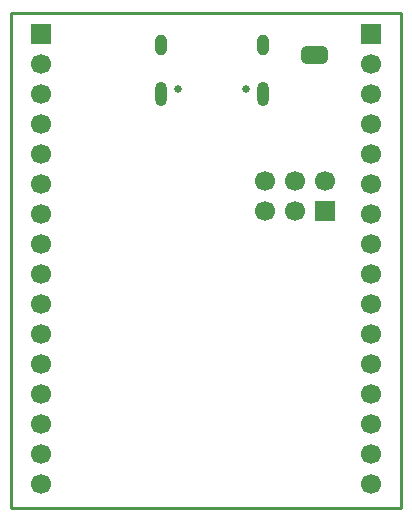
<source format=gbr>
%TF.GenerationSoftware,KiCad,Pcbnew,9.0.0*%
%TF.CreationDate,2025-09-12T19:21:48+01:00*%
%TF.ProjectId,OE PyBoard,4f452050-7942-46f6-9172-642e6b696361,rev?*%
%TF.SameCoordinates,Original*%
%TF.FileFunction,Soldermask,Bot*%
%TF.FilePolarity,Negative*%
%FSLAX46Y46*%
G04 Gerber Fmt 4.6, Leading zero omitted, Abs format (unit mm)*
G04 Created by KiCad (PCBNEW 9.0.0) date 2025-09-12 19:21:48*
%MOMM*%
%LPD*%
G01*
G04 APERTURE LIST*
G04 Aperture macros list*
%AMFreePoly0*
4,1,23,0.500000,-0.750000,0.000000,-0.750000,0.000000,-0.745722,-0.065263,-0.745722,-0.191342,-0.711940,-0.304381,-0.646677,-0.396677,-0.554381,-0.461940,-0.441342,-0.495722,-0.315263,-0.495722,-0.250000,-0.500000,-0.250000,-0.500000,0.250000,-0.495722,0.250000,-0.495722,0.315263,-0.461940,0.441342,-0.396677,0.554381,-0.304381,0.646677,-0.191342,0.711940,-0.065263,0.745722,0.000000,0.745722,
0.000000,0.750000,0.500000,0.750000,0.500000,-0.750000,0.500000,-0.750000,$1*%
%AMFreePoly1*
4,1,23,0.000000,0.745722,0.065263,0.745722,0.191342,0.711940,0.304381,0.646677,0.396677,0.554381,0.461940,0.441342,0.495722,0.315263,0.495722,0.250000,0.500000,0.250000,0.500000,-0.250000,0.495722,-0.250000,0.495722,-0.315263,0.461940,-0.441342,0.396677,-0.554381,0.304381,-0.646677,0.191342,-0.711940,0.065263,-0.745722,0.000000,-0.745722,0.000000,-0.750000,-0.500000,-0.750000,
-0.500000,0.750000,0.000000,0.750000,0.000000,0.745722,0.000000,0.745722,$1*%
G04 Aperture macros list end*
%ADD10C,0.100000*%
%ADD11C,0.650000*%
%ADD12O,1.000000X2.100000*%
%ADD13O,1.000000X1.800000*%
%ADD14R,1.700000X1.700000*%
%ADD15C,1.700000*%
%ADD16FreePoly0,0.000000*%
%ADD17FreePoly1,0.000000*%
%TA.AperFunction,Profile*%
%ADD18C,0.230000*%
%TD*%
G04 APERTURE END LIST*
%TO.C,JP2*%
D10*
X150980000Y-98489200D02*
X151280000Y-98489200D01*
X151280000Y-96989200D01*
X150980000Y-96989200D01*
X150980000Y-98489200D01*
G36*
X150980000Y-98489200D02*
G01*
X151280000Y-98489200D01*
X151280000Y-96989200D01*
X150980000Y-96989200D01*
X150980000Y-98489200D01*
G37*
%TD*%
D11*
%TO.C,J3*%
X145384000Y-100611000D03*
X139604000Y-100611000D03*
D12*
X146814000Y-101111000D03*
D13*
X146814000Y-96931000D03*
D12*
X138174000Y-101111000D03*
D13*
X138174000Y-96931000D03*
%TD*%
D14*
%TO.C,J6*%
X128016000Y-96012000D03*
D15*
X128016000Y-98552000D03*
X128016000Y-101092000D03*
X128016000Y-103632000D03*
X128016000Y-106172000D03*
X128016000Y-108712000D03*
X128016000Y-111252000D03*
X128016000Y-113792000D03*
X128016000Y-116332000D03*
X128016000Y-118872000D03*
X128016000Y-121412000D03*
X128016000Y-123952000D03*
X128016000Y-126492000D03*
X128016000Y-129032000D03*
X128016000Y-131572000D03*
X128016000Y-134112000D03*
%TD*%
D14*
%TO.C,J4*%
X152004000Y-111018000D03*
D15*
X152004000Y-108478000D03*
X149464000Y-111018000D03*
X149464000Y-108478000D03*
X146924000Y-111018000D03*
X146924000Y-108478000D03*
%TD*%
D14*
%TO.C,J7*%
X155956000Y-96012000D03*
D15*
X155956000Y-98552000D03*
X155956000Y-101092000D03*
X155956000Y-103632000D03*
X155956000Y-106172000D03*
X155956000Y-108712000D03*
X155956000Y-111252000D03*
X155956000Y-113792000D03*
X155956000Y-116332000D03*
X155956000Y-118872000D03*
X155956000Y-121412000D03*
X155956000Y-123952000D03*
X155956000Y-126492000D03*
X155956000Y-129032000D03*
X155956000Y-131572000D03*
X155956000Y-134112000D03*
%TD*%
D16*
%TO.C,JP2*%
X150480000Y-97739200D03*
D17*
X151780000Y-97739200D03*
%TD*%
D18*
X125476000Y-94232000D02*
X158496000Y-94232000D01*
X158496000Y-136142000D01*
X125476000Y-136142000D01*
X125476000Y-94232000D01*
M02*

</source>
